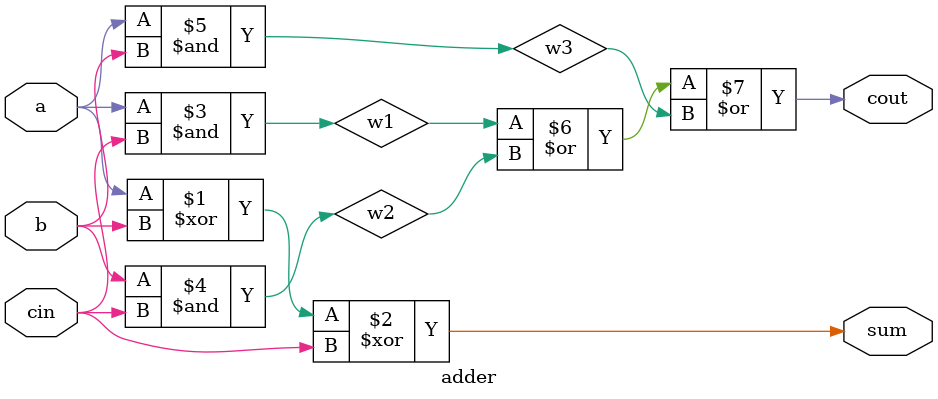
<source format=v>
module adder_4bit(input [3:0]a,input [3:0]b,input cin, output [3:0]sum, output cout);
	wire [2:0]c;
	adder a1(a[0],b[0],cin,sum[0],c[0]);
	adder a2(a[1],b[1],c[0],sum[1],c[1]);
	adder a3(a[2],b[2],c[1],sum[2],c[2]);
	adder a4(a[3],b[3],c[2],sum[3],cout);
 
endmodule 
module adder(a,b,cin,sum,cout);
	input a,b,cin;
	output sum,cout;
	wire w1,w2,w3;
	xor(sum,a,b,cin);
	and and1(w1,a,cin);
	and and2(w2,b,cin);
	and and3(w3,a,b);
	or(cout,w1,w2,w3);
endmodule
</source>
